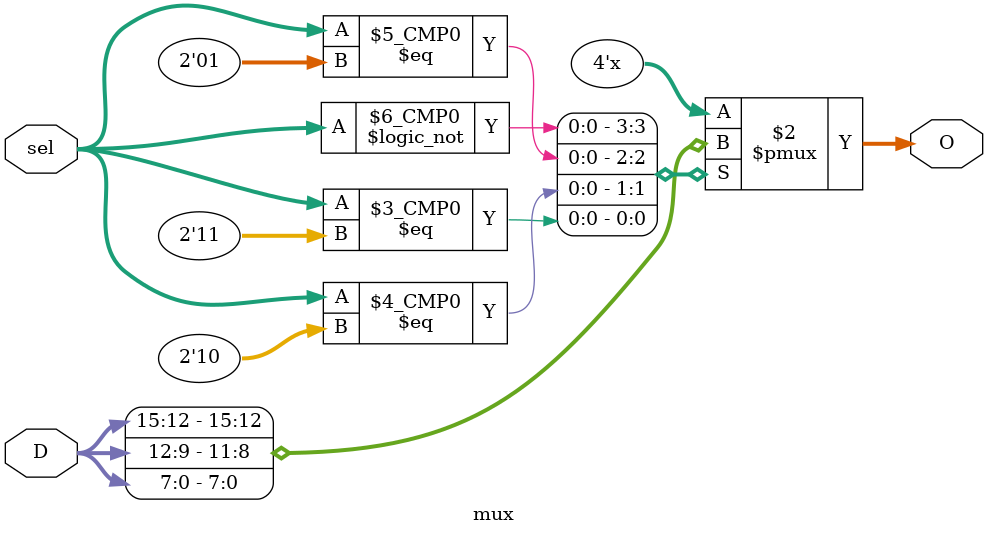
<source format=v>
`timescale 1ns / 1ps


module mux(sel, D, O);
    input [1:0] sel;
    input [15:0] D;
    output reg [3:0] O;
    
    always@(sel or D) begin
        case(sel)
            0: O = D[15:12];
            1: O = D[12:9];
            2: O = D[8:4];
            3: O = D[3:0];
        endcase
    end
endmodule

</source>
